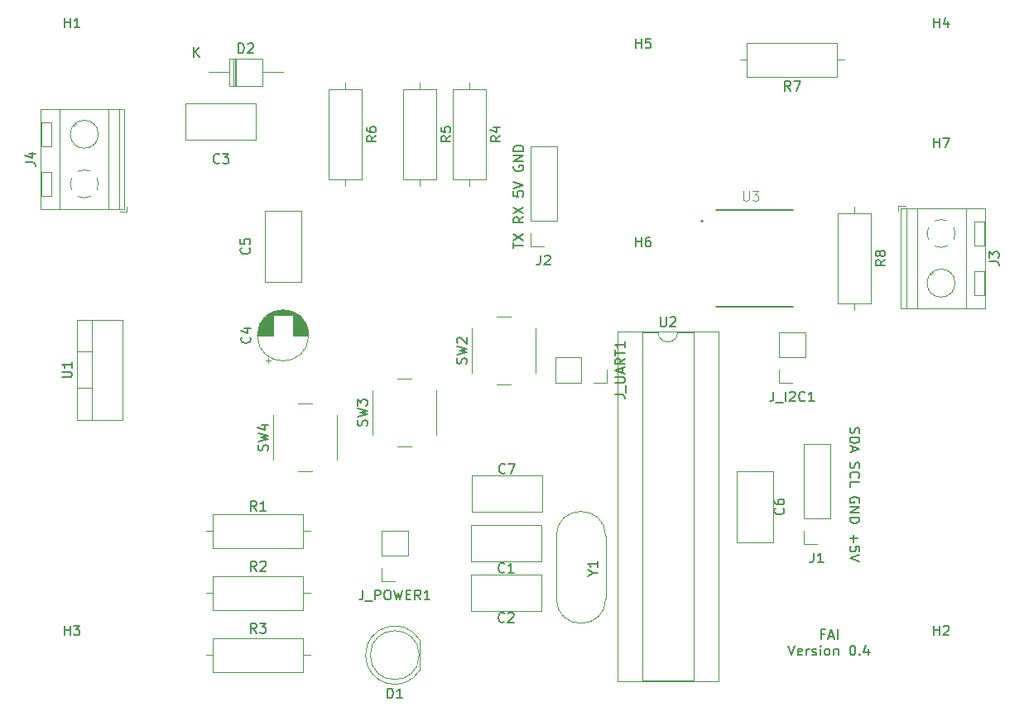
<source format=gbr>
%TF.GenerationSoftware,KiCad,Pcbnew,(5.1.6)-1*%
%TF.CreationDate,2020-10-28T22:27:10+01:00*%
%TF.ProjectId,Basic_Clock,42617369-635f-4436-9c6f-636b2e6b6963,rev?*%
%TF.SameCoordinates,Original*%
%TF.FileFunction,Legend,Top*%
%TF.FilePolarity,Positive*%
%FSLAX46Y46*%
G04 Gerber Fmt 4.6, Leading zero omitted, Abs format (unit mm)*
G04 Created by KiCad (PCBNEW (5.1.6)-1) date 2020-10-28 22:27:10*
%MOMM*%
%LPD*%
G01*
G04 APERTURE LIST*
%ADD10C,0.150000*%
%ADD11C,0.200000*%
%ADD12C,0.127000*%
%ADD13C,0.120000*%
%ADD14C,0.015000*%
G04 APERTURE END LIST*
D10*
X120245238Y-145614285D02*
X120197619Y-145757142D01*
X120197619Y-145995238D01*
X120245238Y-146090476D01*
X120292857Y-146138095D01*
X120388095Y-146185714D01*
X120483333Y-146185714D01*
X120578571Y-146138095D01*
X120626190Y-146090476D01*
X120673809Y-145995238D01*
X120721428Y-145804761D01*
X120769047Y-145709523D01*
X120816666Y-145661904D01*
X120911904Y-145614285D01*
X121007142Y-145614285D01*
X121102380Y-145661904D01*
X121150000Y-145709523D01*
X121197619Y-145804761D01*
X121197619Y-146042857D01*
X121150000Y-146185714D01*
X120197619Y-146614285D02*
X121197619Y-146614285D01*
X121197619Y-146852380D01*
X121150000Y-146995238D01*
X121054761Y-147090476D01*
X120959523Y-147138095D01*
X120769047Y-147185714D01*
X120626190Y-147185714D01*
X120435714Y-147138095D01*
X120340476Y-147090476D01*
X120245238Y-146995238D01*
X120197619Y-146852380D01*
X120197619Y-146614285D01*
X120483333Y-147566666D02*
X120483333Y-148042857D01*
X120197619Y-147471428D02*
X121197619Y-147804761D01*
X120197619Y-148138095D01*
X120245238Y-149185714D02*
X120197619Y-149328571D01*
X120197619Y-149566666D01*
X120245238Y-149661904D01*
X120292857Y-149709523D01*
X120388095Y-149757142D01*
X120483333Y-149757142D01*
X120578571Y-149709523D01*
X120626190Y-149661904D01*
X120673809Y-149566666D01*
X120721428Y-149376190D01*
X120769047Y-149280952D01*
X120816666Y-149233333D01*
X120911904Y-149185714D01*
X121007142Y-149185714D01*
X121102380Y-149233333D01*
X121150000Y-149280952D01*
X121197619Y-149376190D01*
X121197619Y-149614285D01*
X121150000Y-149757142D01*
X120292857Y-150757142D02*
X120245238Y-150709523D01*
X120197619Y-150566666D01*
X120197619Y-150471428D01*
X120245238Y-150328571D01*
X120340476Y-150233333D01*
X120435714Y-150185714D01*
X120626190Y-150138095D01*
X120769047Y-150138095D01*
X120959523Y-150185714D01*
X121054761Y-150233333D01*
X121150000Y-150328571D01*
X121197619Y-150471428D01*
X121197619Y-150566666D01*
X121150000Y-150709523D01*
X121102380Y-150757142D01*
X120197619Y-151661904D02*
X120197619Y-151185714D01*
X121197619Y-151185714D01*
X121150000Y-153280952D02*
X121197619Y-153185714D01*
X121197619Y-153042857D01*
X121150000Y-152900000D01*
X121054761Y-152804761D01*
X120959523Y-152757142D01*
X120769047Y-152709523D01*
X120626190Y-152709523D01*
X120435714Y-152757142D01*
X120340476Y-152804761D01*
X120245238Y-152900000D01*
X120197619Y-153042857D01*
X120197619Y-153138095D01*
X120245238Y-153280952D01*
X120292857Y-153328571D01*
X120626190Y-153328571D01*
X120626190Y-153138095D01*
X120197619Y-153757142D02*
X121197619Y-153757142D01*
X120197619Y-154328571D01*
X121197619Y-154328571D01*
X120197619Y-154804761D02*
X121197619Y-154804761D01*
X121197619Y-155042857D01*
X121150000Y-155185714D01*
X121054761Y-155280952D01*
X120959523Y-155328571D01*
X120769047Y-155376190D01*
X120626190Y-155376190D01*
X120435714Y-155328571D01*
X120340476Y-155280952D01*
X120245238Y-155185714D01*
X120197619Y-155042857D01*
X120197619Y-154804761D01*
X120578571Y-156566666D02*
X120578571Y-157328571D01*
X120197619Y-156947619D02*
X120959523Y-156947619D01*
X121197619Y-158280952D02*
X121197619Y-157804761D01*
X120721428Y-157757142D01*
X120769047Y-157804761D01*
X120816666Y-157900000D01*
X120816666Y-158138095D01*
X120769047Y-158233333D01*
X120721428Y-158280952D01*
X120626190Y-158328571D01*
X120388095Y-158328571D01*
X120292857Y-158280952D01*
X120245238Y-158233333D01*
X120197619Y-158138095D01*
X120197619Y-157900000D01*
X120245238Y-157804761D01*
X120292857Y-157757142D01*
X121197619Y-158614285D02*
X120197619Y-158947619D01*
X121197619Y-159280952D01*
X117586190Y-166743571D02*
X117252857Y-166743571D01*
X117252857Y-167267380D02*
X117252857Y-166267380D01*
X117729047Y-166267380D01*
X118062380Y-166981666D02*
X118538571Y-166981666D01*
X117967142Y-167267380D02*
X118300476Y-166267380D01*
X118633809Y-167267380D01*
X118967142Y-167267380D02*
X118967142Y-166267380D01*
X113919523Y-167917380D02*
X114252857Y-168917380D01*
X114586190Y-167917380D01*
X115300476Y-168869761D02*
X115205238Y-168917380D01*
X115014761Y-168917380D01*
X114919523Y-168869761D01*
X114871904Y-168774523D01*
X114871904Y-168393571D01*
X114919523Y-168298333D01*
X115014761Y-168250714D01*
X115205238Y-168250714D01*
X115300476Y-168298333D01*
X115348095Y-168393571D01*
X115348095Y-168488809D01*
X114871904Y-168584047D01*
X115776666Y-168917380D02*
X115776666Y-168250714D01*
X115776666Y-168441190D02*
X115824285Y-168345952D01*
X115871904Y-168298333D01*
X115967142Y-168250714D01*
X116062380Y-168250714D01*
X116348095Y-168869761D02*
X116443333Y-168917380D01*
X116633809Y-168917380D01*
X116729047Y-168869761D01*
X116776666Y-168774523D01*
X116776666Y-168726904D01*
X116729047Y-168631666D01*
X116633809Y-168584047D01*
X116490952Y-168584047D01*
X116395714Y-168536428D01*
X116348095Y-168441190D01*
X116348095Y-168393571D01*
X116395714Y-168298333D01*
X116490952Y-168250714D01*
X116633809Y-168250714D01*
X116729047Y-168298333D01*
X117205238Y-168917380D02*
X117205238Y-168250714D01*
X117205238Y-167917380D02*
X117157619Y-167965000D01*
X117205238Y-168012619D01*
X117252857Y-167965000D01*
X117205238Y-167917380D01*
X117205238Y-168012619D01*
X117824285Y-168917380D02*
X117729047Y-168869761D01*
X117681428Y-168822142D01*
X117633809Y-168726904D01*
X117633809Y-168441190D01*
X117681428Y-168345952D01*
X117729047Y-168298333D01*
X117824285Y-168250714D01*
X117967142Y-168250714D01*
X118062380Y-168298333D01*
X118110000Y-168345952D01*
X118157619Y-168441190D01*
X118157619Y-168726904D01*
X118110000Y-168822142D01*
X118062380Y-168869761D01*
X117967142Y-168917380D01*
X117824285Y-168917380D01*
X118586190Y-168250714D02*
X118586190Y-168917380D01*
X118586190Y-168345952D02*
X118633809Y-168298333D01*
X118729047Y-168250714D01*
X118871904Y-168250714D01*
X118967142Y-168298333D01*
X119014761Y-168393571D01*
X119014761Y-168917380D01*
X120443333Y-167917380D02*
X120538571Y-167917380D01*
X120633809Y-167965000D01*
X120681428Y-168012619D01*
X120729047Y-168107857D01*
X120776666Y-168298333D01*
X120776666Y-168536428D01*
X120729047Y-168726904D01*
X120681428Y-168822142D01*
X120633809Y-168869761D01*
X120538571Y-168917380D01*
X120443333Y-168917380D01*
X120348095Y-168869761D01*
X120300476Y-168822142D01*
X120252857Y-168726904D01*
X120205238Y-168536428D01*
X120205238Y-168298333D01*
X120252857Y-168107857D01*
X120300476Y-168012619D01*
X120348095Y-167965000D01*
X120443333Y-167917380D01*
X121205238Y-168822142D02*
X121252857Y-168869761D01*
X121205238Y-168917380D01*
X121157619Y-168869761D01*
X121205238Y-168822142D01*
X121205238Y-168917380D01*
X122110000Y-168250714D02*
X122110000Y-168917380D01*
X121871904Y-167869761D02*
X121633809Y-168584047D01*
X122252857Y-168584047D01*
X85812380Y-127229523D02*
X85812380Y-126658095D01*
X86812380Y-126943809D02*
X85812380Y-126943809D01*
X85812380Y-126420000D02*
X86812380Y-125753333D01*
X85812380Y-125753333D02*
X86812380Y-126420000D01*
X86812380Y-124039047D02*
X86336190Y-124372380D01*
X86812380Y-124610476D02*
X85812380Y-124610476D01*
X85812380Y-124229523D01*
X85860000Y-124134285D01*
X85907619Y-124086666D01*
X86002857Y-124039047D01*
X86145714Y-124039047D01*
X86240952Y-124086666D01*
X86288571Y-124134285D01*
X86336190Y-124229523D01*
X86336190Y-124610476D01*
X85812380Y-123705714D02*
X86812380Y-123039047D01*
X85812380Y-123039047D02*
X86812380Y-123705714D01*
X85812380Y-121420000D02*
X85812380Y-121896190D01*
X86288571Y-121943809D01*
X86240952Y-121896190D01*
X86193333Y-121800952D01*
X86193333Y-121562857D01*
X86240952Y-121467619D01*
X86288571Y-121420000D01*
X86383809Y-121372380D01*
X86621904Y-121372380D01*
X86717142Y-121420000D01*
X86764761Y-121467619D01*
X86812380Y-121562857D01*
X86812380Y-121800952D01*
X86764761Y-121896190D01*
X86717142Y-121943809D01*
X85812380Y-121086666D02*
X86812380Y-120753333D01*
X85812380Y-120420000D01*
X85860000Y-118800952D02*
X85812380Y-118896190D01*
X85812380Y-119039047D01*
X85860000Y-119181904D01*
X85955238Y-119277142D01*
X86050476Y-119324761D01*
X86240952Y-119372380D01*
X86383809Y-119372380D01*
X86574285Y-119324761D01*
X86669523Y-119277142D01*
X86764761Y-119181904D01*
X86812380Y-119039047D01*
X86812380Y-118943809D01*
X86764761Y-118800952D01*
X86717142Y-118753333D01*
X86383809Y-118753333D01*
X86383809Y-118943809D01*
X86812380Y-118324761D02*
X85812380Y-118324761D01*
X86812380Y-117753333D01*
X85812380Y-117753333D01*
X86812380Y-117277142D02*
X85812380Y-117277142D01*
X85812380Y-117039047D01*
X85860000Y-116896190D01*
X85955238Y-116800952D01*
X86050476Y-116753333D01*
X86240952Y-116705714D01*
X86383809Y-116705714D01*
X86574285Y-116753333D01*
X86669523Y-116800952D01*
X86764761Y-116896190D01*
X86812380Y-117039047D01*
X86812380Y-117277142D01*
D11*
%TO.C,U3*%
X105180000Y-124470000D02*
G75*
G03*
X105180000Y-124470000I-100000J0D01*
G01*
D12*
X114430000Y-123310000D02*
X106550000Y-123310000D01*
X106550000Y-133230000D02*
X114430000Y-133230000D01*
D13*
%TO.C,R8*%
X122370000Y-123650000D02*
X118930000Y-123650000D01*
X118930000Y-123650000D02*
X118930000Y-132890000D01*
X118930000Y-132890000D02*
X122370000Y-132890000D01*
X122370000Y-132890000D02*
X122370000Y-123650000D01*
X120650000Y-122960000D02*
X120650000Y-123650000D01*
X120650000Y-133580000D02*
X120650000Y-132890000D01*
%TO.C,J3*%
X128109060Y-125754280D02*
G75*
G02*
X128254000Y-125102000I1430940J24280D01*
G01*
X128913254Y-124443389D02*
G75*
G02*
X130168000Y-124444000I626746J-1286611D01*
G01*
X130825824Y-125102638D02*
G75*
G02*
X130826000Y-126357000I-1285824J-627362D01*
G01*
X130167362Y-127015824D02*
G75*
G02*
X128913000Y-127016000I-627362J1285824D01*
G01*
X128254725Y-126356871D02*
G75*
G02*
X128110000Y-125730000I1285275J626871D01*
G01*
X130970000Y-130810000D02*
G75*
G03*
X130970000Y-130810000I-1430000J0D01*
G01*
X125990000Y-123130000D02*
X125990000Y-133410000D01*
X127090000Y-123130000D02*
X127090000Y-133410000D01*
X132090000Y-123130000D02*
X132090000Y-133410000D01*
X134000000Y-123130000D02*
X134000000Y-133410000D01*
X125430000Y-123130000D02*
X125430000Y-133410000D01*
X134000000Y-123130000D02*
X125430000Y-123130000D01*
X134000000Y-133410000D02*
X125430000Y-133410000D01*
X133940000Y-124480000D02*
X133940000Y-126980000D01*
X132940000Y-124480000D02*
X132940000Y-126980000D01*
X133940000Y-124480000D02*
X132940000Y-124480000D01*
X133940000Y-126980000D02*
X132940000Y-126980000D01*
X130450000Y-131895000D02*
X130391000Y-131835000D01*
X128495000Y-129940000D02*
X128455000Y-129900000D01*
X130625000Y-131721000D02*
X130585000Y-131681000D01*
X128690000Y-129786000D02*
X128630000Y-129726000D01*
X133940000Y-129560000D02*
X133940000Y-132060000D01*
X132940000Y-129560000D02*
X132940000Y-132060000D01*
X133940000Y-129560000D02*
X132940000Y-129560000D01*
X133940000Y-132060000D02*
X132940000Y-132060000D01*
X125930000Y-122890000D02*
X125190000Y-122890000D01*
X125190000Y-122890000D02*
X125190000Y-123390000D01*
%TO.C,J_UART1*%
X95310000Y-139700000D02*
X95310000Y-141030000D01*
X95310000Y-141030000D02*
X93980000Y-141030000D01*
X92710000Y-141030000D02*
X90110000Y-141030000D01*
X90110000Y-138370000D02*
X90110000Y-141030000D01*
X92710000Y-138370000D02*
X90110000Y-138370000D01*
X92710000Y-138370000D02*
X92710000Y-141030000D01*
%TO.C,J_POWER1*%
X73660000Y-161350000D02*
X72330000Y-161350000D01*
X72330000Y-161350000D02*
X72330000Y-160020000D01*
X72330000Y-158750000D02*
X72330000Y-156150000D01*
X74990000Y-156150000D02*
X72330000Y-156150000D01*
X74990000Y-158750000D02*
X74990000Y-156150000D01*
X74990000Y-158750000D02*
X72330000Y-158750000D01*
%TO.C,J_I2C1*%
X114300000Y-141030000D02*
X112970000Y-141030000D01*
X112970000Y-141030000D02*
X112970000Y-139700000D01*
X112970000Y-138430000D02*
X112970000Y-135830000D01*
X115630000Y-135830000D02*
X112970000Y-135830000D01*
X115630000Y-138430000D02*
X115630000Y-135830000D01*
X115630000Y-138430000D02*
X112970000Y-138430000D01*
%TO.C,C5*%
X60360000Y-123420000D02*
X64100000Y-123420000D01*
X60360000Y-130660000D02*
X64100000Y-130660000D01*
X64100000Y-130660000D02*
X64100000Y-123420000D01*
X60360000Y-130660000D02*
X60360000Y-123420000D01*
%TO.C,SW4*%
X67730000Y-148860000D02*
X67730000Y-144360000D01*
X63730000Y-150110000D02*
X65230000Y-150110000D01*
X61230000Y-144360000D02*
X61230000Y-148860000D01*
X65230000Y-143110000D02*
X63730000Y-143110000D01*
%TO.C,J2*%
X88900000Y-127060000D02*
X87570000Y-127060000D01*
X87570000Y-127060000D02*
X87570000Y-125730000D01*
X87570000Y-124460000D02*
X87570000Y-116780000D01*
X90230000Y-116780000D02*
X87570000Y-116780000D01*
X90230000Y-124460000D02*
X90230000Y-116780000D01*
X90230000Y-124460000D02*
X87570000Y-124460000D01*
%TO.C,J1*%
X116840000Y-157540000D02*
X115510000Y-157540000D01*
X115510000Y-157540000D02*
X115510000Y-156210000D01*
X115510000Y-154940000D02*
X115510000Y-147260000D01*
X118170000Y-147260000D02*
X115510000Y-147260000D01*
X118170000Y-154940000D02*
X118170000Y-147260000D01*
X118170000Y-154940000D02*
X115510000Y-154940000D01*
%TO.C,Y1*%
X90185000Y-156720000D02*
X90185000Y-163120000D01*
X95235000Y-156720000D02*
X95235000Y-163120000D01*
X90185000Y-163120000D02*
G75*
G03*
X95235000Y-163120000I2525000J0D01*
G01*
X90185000Y-156720000D02*
G75*
G02*
X95235000Y-156720000I2525000J0D01*
G01*
%TO.C,U1*%
X41180000Y-137849000D02*
X42690000Y-137849000D01*
X41180000Y-141550000D02*
X42690000Y-141550000D01*
X42690000Y-144820000D02*
X42690000Y-134580000D01*
X41180000Y-134580000D02*
X45821000Y-134580000D01*
X41180000Y-144820000D02*
X45821000Y-144820000D01*
X45821000Y-144820000D02*
X45821000Y-134580000D01*
X41180000Y-144820000D02*
X41180000Y-134580000D01*
%TO.C,SW3*%
X75390000Y-140570000D02*
X73890000Y-140570000D01*
X71390000Y-141820000D02*
X71390000Y-146320000D01*
X73890000Y-147570000D02*
X75390000Y-147570000D01*
X77890000Y-146320000D02*
X77890000Y-141820000D01*
%TO.C,SW2*%
X85550000Y-134220000D02*
X84050000Y-134220000D01*
X81550000Y-135470000D02*
X81550000Y-139970000D01*
X84050000Y-141220000D02*
X85550000Y-141220000D01*
X88050000Y-139970000D02*
X88050000Y-135470000D01*
%TO.C,D1*%
X76160000Y-168910000D02*
G75*
G03*
X76160000Y-168910000I-2500000J0D01*
G01*
X76220000Y-170455000D02*
X76220000Y-167365000D01*
X70670000Y-168910462D02*
G75*
G02*
X76220000Y-167365170I2990000J462D01*
G01*
X70670000Y-168909538D02*
G75*
G03*
X76220000Y-170454830I2990000J-462D01*
G01*
%TO.C,C1*%
X88670000Y-155610000D02*
X88670000Y-159350000D01*
X81430000Y-155610000D02*
X81430000Y-159350000D01*
X81430000Y-159350000D02*
X88670000Y-159350000D01*
X81430000Y-155610000D02*
X88670000Y-155610000D01*
%TO.C,C2*%
X81430000Y-160690000D02*
X88670000Y-160690000D01*
X81430000Y-164430000D02*
X88670000Y-164430000D01*
X81430000Y-160690000D02*
X81430000Y-164430000D01*
X88670000Y-160690000D02*
X88670000Y-164430000D01*
%TO.C,C3*%
X52220000Y-112430000D02*
X59460000Y-112430000D01*
X52220000Y-116170000D02*
X59460000Y-116170000D01*
X52220000Y-112430000D02*
X52220000Y-116170000D01*
X59460000Y-112430000D02*
X59460000Y-116170000D01*
%TO.C,C4*%
X64850000Y-136160000D02*
G75*
G03*
X64850000Y-136160000I-2620000J0D01*
G01*
X63270000Y-136160000D02*
X64810000Y-136160000D01*
X59650000Y-136160000D02*
X61190000Y-136160000D01*
X63270000Y-136120000D02*
X64810000Y-136120000D01*
X59650000Y-136120000D02*
X61190000Y-136120000D01*
X59651000Y-136080000D02*
X61190000Y-136080000D01*
X63270000Y-136080000D02*
X64809000Y-136080000D01*
X59652000Y-136040000D02*
X61190000Y-136040000D01*
X63270000Y-136040000D02*
X64808000Y-136040000D01*
X59654000Y-136000000D02*
X61190000Y-136000000D01*
X63270000Y-136000000D02*
X64806000Y-136000000D01*
X59657000Y-135960000D02*
X61190000Y-135960000D01*
X63270000Y-135960000D02*
X64803000Y-135960000D01*
X59661000Y-135920000D02*
X61190000Y-135920000D01*
X63270000Y-135920000D02*
X64799000Y-135920000D01*
X59665000Y-135880000D02*
X61190000Y-135880000D01*
X63270000Y-135880000D02*
X64795000Y-135880000D01*
X59669000Y-135840000D02*
X61190000Y-135840000D01*
X63270000Y-135840000D02*
X64791000Y-135840000D01*
X59674000Y-135800000D02*
X61190000Y-135800000D01*
X63270000Y-135800000D02*
X64786000Y-135800000D01*
X59680000Y-135760000D02*
X61190000Y-135760000D01*
X63270000Y-135760000D02*
X64780000Y-135760000D01*
X59687000Y-135720000D02*
X61190000Y-135720000D01*
X63270000Y-135720000D02*
X64773000Y-135720000D01*
X59694000Y-135680000D02*
X61190000Y-135680000D01*
X63270000Y-135680000D02*
X64766000Y-135680000D01*
X59702000Y-135640000D02*
X61190000Y-135640000D01*
X63270000Y-135640000D02*
X64758000Y-135640000D01*
X59710000Y-135600000D02*
X61190000Y-135600000D01*
X63270000Y-135600000D02*
X64750000Y-135600000D01*
X59719000Y-135560000D02*
X61190000Y-135560000D01*
X63270000Y-135560000D02*
X64741000Y-135560000D01*
X59729000Y-135520000D02*
X61190000Y-135520000D01*
X63270000Y-135520000D02*
X64731000Y-135520000D01*
X59739000Y-135480000D02*
X61190000Y-135480000D01*
X63270000Y-135480000D02*
X64721000Y-135480000D01*
X59750000Y-135439000D02*
X61190000Y-135439000D01*
X63270000Y-135439000D02*
X64710000Y-135439000D01*
X59762000Y-135399000D02*
X61190000Y-135399000D01*
X63270000Y-135399000D02*
X64698000Y-135399000D01*
X59775000Y-135359000D02*
X61190000Y-135359000D01*
X63270000Y-135359000D02*
X64685000Y-135359000D01*
X59788000Y-135319000D02*
X61190000Y-135319000D01*
X63270000Y-135319000D02*
X64672000Y-135319000D01*
X59802000Y-135279000D02*
X61190000Y-135279000D01*
X63270000Y-135279000D02*
X64658000Y-135279000D01*
X59816000Y-135239000D02*
X61190000Y-135239000D01*
X63270000Y-135239000D02*
X64644000Y-135239000D01*
X59832000Y-135199000D02*
X61190000Y-135199000D01*
X63270000Y-135199000D02*
X64628000Y-135199000D01*
X59848000Y-135159000D02*
X61190000Y-135159000D01*
X63270000Y-135159000D02*
X64612000Y-135159000D01*
X59865000Y-135119000D02*
X61190000Y-135119000D01*
X63270000Y-135119000D02*
X64595000Y-135119000D01*
X59882000Y-135079000D02*
X61190000Y-135079000D01*
X63270000Y-135079000D02*
X64578000Y-135079000D01*
X59901000Y-135039000D02*
X61190000Y-135039000D01*
X63270000Y-135039000D02*
X64559000Y-135039000D01*
X59920000Y-134999000D02*
X61190000Y-134999000D01*
X63270000Y-134999000D02*
X64540000Y-134999000D01*
X59940000Y-134959000D02*
X61190000Y-134959000D01*
X63270000Y-134959000D02*
X64520000Y-134959000D01*
X59962000Y-134919000D02*
X61190000Y-134919000D01*
X63270000Y-134919000D02*
X64498000Y-134919000D01*
X59983000Y-134879000D02*
X61190000Y-134879000D01*
X63270000Y-134879000D02*
X64477000Y-134879000D01*
X60006000Y-134839000D02*
X61190000Y-134839000D01*
X63270000Y-134839000D02*
X64454000Y-134839000D01*
X60030000Y-134799000D02*
X61190000Y-134799000D01*
X63270000Y-134799000D02*
X64430000Y-134799000D01*
X60055000Y-134759000D02*
X61190000Y-134759000D01*
X63270000Y-134759000D02*
X64405000Y-134759000D01*
X60081000Y-134719000D02*
X61190000Y-134719000D01*
X63270000Y-134719000D02*
X64379000Y-134719000D01*
X60108000Y-134679000D02*
X61190000Y-134679000D01*
X63270000Y-134679000D02*
X64352000Y-134679000D01*
X60135000Y-134639000D02*
X61190000Y-134639000D01*
X63270000Y-134639000D02*
X64325000Y-134639000D01*
X60165000Y-134599000D02*
X61190000Y-134599000D01*
X63270000Y-134599000D02*
X64295000Y-134599000D01*
X60195000Y-134559000D02*
X61190000Y-134559000D01*
X63270000Y-134559000D02*
X64265000Y-134559000D01*
X60226000Y-134519000D02*
X61190000Y-134519000D01*
X63270000Y-134519000D02*
X64234000Y-134519000D01*
X60259000Y-134479000D02*
X61190000Y-134479000D01*
X63270000Y-134479000D02*
X64201000Y-134479000D01*
X60293000Y-134439000D02*
X61190000Y-134439000D01*
X63270000Y-134439000D02*
X64167000Y-134439000D01*
X60329000Y-134399000D02*
X61190000Y-134399000D01*
X63270000Y-134399000D02*
X64131000Y-134399000D01*
X60366000Y-134359000D02*
X61190000Y-134359000D01*
X63270000Y-134359000D02*
X64094000Y-134359000D01*
X60404000Y-134319000D02*
X61190000Y-134319000D01*
X63270000Y-134319000D02*
X64056000Y-134319000D01*
X60445000Y-134279000D02*
X61190000Y-134279000D01*
X63270000Y-134279000D02*
X64015000Y-134279000D01*
X60487000Y-134239000D02*
X61190000Y-134239000D01*
X63270000Y-134239000D02*
X63973000Y-134239000D01*
X60531000Y-134199000D02*
X61190000Y-134199000D01*
X63270000Y-134199000D02*
X63929000Y-134199000D01*
X60577000Y-134159000D02*
X61190000Y-134159000D01*
X63270000Y-134159000D02*
X63883000Y-134159000D01*
X60625000Y-134119000D02*
X63835000Y-134119000D01*
X60676000Y-134079000D02*
X63784000Y-134079000D01*
X60730000Y-134039000D02*
X63730000Y-134039000D01*
X60787000Y-133999000D02*
X63673000Y-133999000D01*
X60847000Y-133959000D02*
X63613000Y-133959000D01*
X60911000Y-133919000D02*
X63549000Y-133919000D01*
X60979000Y-133879000D02*
X63481000Y-133879000D01*
X61052000Y-133839000D02*
X63408000Y-133839000D01*
X61132000Y-133799000D02*
X63328000Y-133799000D01*
X61219000Y-133759000D02*
X63241000Y-133759000D01*
X61315000Y-133719000D02*
X63145000Y-133719000D01*
X61425000Y-133679000D02*
X63035000Y-133679000D01*
X61553000Y-133639000D02*
X62907000Y-133639000D01*
X61712000Y-133599000D02*
X62748000Y-133599000D01*
X61946000Y-133559000D02*
X62514000Y-133559000D01*
X60755000Y-138964775D02*
X60755000Y-138464775D01*
X60505000Y-138714775D02*
X61005000Y-138714775D01*
%TO.C,C6*%
X108620000Y-157330000D02*
X108620000Y-150090000D01*
X112360000Y-157330000D02*
X112360000Y-150090000D01*
X108620000Y-157330000D02*
X112360000Y-157330000D01*
X108620000Y-150090000D02*
X112360000Y-150090000D01*
%TO.C,C7*%
X81510000Y-154270000D02*
X81510000Y-150530000D01*
X88750000Y-154270000D02*
X88750000Y-150530000D01*
X88750000Y-150530000D02*
X81510000Y-150530000D01*
X88750000Y-154270000D02*
X81510000Y-154270000D01*
%TO.C,U2*%
X100600000Y-135830000D02*
X98950000Y-135830000D01*
X98950000Y-135830000D02*
X98950000Y-171510000D01*
X98950000Y-171510000D02*
X104250000Y-171510000D01*
X104250000Y-171510000D02*
X104250000Y-135830000D01*
X104250000Y-135830000D02*
X102600000Y-135830000D01*
X96460000Y-135770000D02*
X96460000Y-171570000D01*
X96460000Y-171570000D02*
X106740000Y-171570000D01*
X106740000Y-171570000D02*
X106740000Y-135770000D01*
X106740000Y-135770000D02*
X96460000Y-135770000D01*
X102600000Y-135830000D02*
G75*
G02*
X100600000Y-135830000I-1000000J0D01*
G01*
%TO.C,D2*%
X56700000Y-107800000D02*
X56700000Y-110640000D01*
X56700000Y-110640000D02*
X60140000Y-110640000D01*
X60140000Y-110640000D02*
X60140000Y-107800000D01*
X60140000Y-107800000D02*
X56700000Y-107800000D01*
X54580000Y-109220000D02*
X56700000Y-109220000D01*
X62260000Y-109220000D02*
X60140000Y-109220000D01*
X57300000Y-107800000D02*
X57300000Y-110640000D01*
X57420000Y-107800000D02*
X57420000Y-110640000D01*
X57180000Y-107800000D02*
X57180000Y-110640000D01*
%TO.C,R1*%
X54380000Y-156210000D02*
X55070000Y-156210000D01*
X65000000Y-156210000D02*
X64310000Y-156210000D01*
X55070000Y-157930000D02*
X64310000Y-157930000D01*
X55070000Y-154490000D02*
X55070000Y-157930000D01*
X64310000Y-154490000D02*
X55070000Y-154490000D01*
X64310000Y-157930000D02*
X64310000Y-154490000D01*
%TO.C,R2*%
X55070000Y-160840000D02*
X55070000Y-164280000D01*
X55070000Y-164280000D02*
X64310000Y-164280000D01*
X64310000Y-164280000D02*
X64310000Y-160840000D01*
X64310000Y-160840000D02*
X55070000Y-160840000D01*
X54380000Y-162560000D02*
X55070000Y-162560000D01*
X65000000Y-162560000D02*
X64310000Y-162560000D01*
%TO.C,R3*%
X65000000Y-168910000D02*
X64310000Y-168910000D01*
X54380000Y-168910000D02*
X55070000Y-168910000D01*
X64310000Y-167190000D02*
X55070000Y-167190000D01*
X64310000Y-170630000D02*
X64310000Y-167190000D01*
X55070000Y-170630000D02*
X64310000Y-170630000D01*
X55070000Y-167190000D02*
X55070000Y-170630000D01*
%TO.C,R4*%
X83000000Y-110950000D02*
X79560000Y-110950000D01*
X79560000Y-110950000D02*
X79560000Y-120190000D01*
X79560000Y-120190000D02*
X83000000Y-120190000D01*
X83000000Y-120190000D02*
X83000000Y-110950000D01*
X81280000Y-110260000D02*
X81280000Y-110950000D01*
X81280000Y-120880000D02*
X81280000Y-120190000D01*
%TO.C,R5*%
X76200000Y-120880000D02*
X76200000Y-120190000D01*
X76200000Y-110260000D02*
X76200000Y-110950000D01*
X77920000Y-120190000D02*
X77920000Y-110950000D01*
X74480000Y-120190000D02*
X77920000Y-120190000D01*
X74480000Y-110950000D02*
X74480000Y-120190000D01*
X77920000Y-110950000D02*
X74480000Y-110950000D01*
%TO.C,R6*%
X70300000Y-110950000D02*
X66860000Y-110950000D01*
X66860000Y-110950000D02*
X66860000Y-120190000D01*
X66860000Y-120190000D02*
X70300000Y-120190000D01*
X70300000Y-120190000D02*
X70300000Y-110950000D01*
X68580000Y-110260000D02*
X68580000Y-110950000D01*
X68580000Y-120880000D02*
X68580000Y-120190000D01*
%TO.C,J4*%
X46260000Y-123490000D02*
X46260000Y-122990000D01*
X45520000Y-123490000D02*
X46260000Y-123490000D01*
X37510000Y-114320000D02*
X38510000Y-114320000D01*
X37510000Y-116820000D02*
X38510000Y-116820000D01*
X38510000Y-116820000D02*
X38510000Y-114320000D01*
X37510000Y-116820000D02*
X37510000Y-114320000D01*
X42760000Y-116594000D02*
X42820000Y-116654000D01*
X40825000Y-114659000D02*
X40865000Y-114699000D01*
X42955000Y-116440000D02*
X42995000Y-116480000D01*
X41000000Y-114485000D02*
X41059000Y-114545000D01*
X37510000Y-119400000D02*
X38510000Y-119400000D01*
X37510000Y-121900000D02*
X38510000Y-121900000D01*
X38510000Y-121900000D02*
X38510000Y-119400000D01*
X37510000Y-121900000D02*
X37510000Y-119400000D01*
X37450000Y-112970000D02*
X46020000Y-112970000D01*
X37450000Y-123250000D02*
X46020000Y-123250000D01*
X46020000Y-123250000D02*
X46020000Y-112970000D01*
X37450000Y-123250000D02*
X37450000Y-112970000D01*
X39360000Y-123250000D02*
X39360000Y-112970000D01*
X44360000Y-123250000D02*
X44360000Y-112970000D01*
X45460000Y-123250000D02*
X45460000Y-112970000D01*
X43340000Y-115570000D02*
G75*
G03*
X43340000Y-115570000I-1430000J0D01*
G01*
X43195275Y-120023129D02*
G75*
G02*
X43340000Y-120650000I-1285275J-626871D01*
G01*
X41282638Y-119364176D02*
G75*
G02*
X42537000Y-119364000I627362J-1285824D01*
G01*
X40624176Y-121277362D02*
G75*
G02*
X40624000Y-120023000I1285824J627362D01*
G01*
X42536746Y-121936611D02*
G75*
G02*
X41282000Y-121936000I-626746J1286611D01*
G01*
X43340940Y-120625720D02*
G75*
G02*
X43196000Y-121278000I-1430940J-24280D01*
G01*
%TO.C,R7*%
X108990000Y-107950000D02*
X109680000Y-107950000D01*
X119610000Y-107950000D02*
X118920000Y-107950000D01*
X109680000Y-109670000D02*
X118920000Y-109670000D01*
X109680000Y-106230000D02*
X109680000Y-109670000D01*
X118920000Y-106230000D02*
X109680000Y-106230000D01*
X118920000Y-109670000D02*
X118920000Y-106230000D01*
%TO.C,U3*%
D14*
X109303095Y-121377380D02*
X109303095Y-122186904D01*
X109350714Y-122282142D01*
X109398333Y-122329761D01*
X109493571Y-122377380D01*
X109684047Y-122377380D01*
X109779285Y-122329761D01*
X109826904Y-122282142D01*
X109874523Y-122186904D01*
X109874523Y-121377380D01*
X110255476Y-121377380D02*
X110874523Y-121377380D01*
X110541190Y-121758333D01*
X110684047Y-121758333D01*
X110779285Y-121805952D01*
X110826904Y-121853571D01*
X110874523Y-121948809D01*
X110874523Y-122186904D01*
X110826904Y-122282142D01*
X110779285Y-122329761D01*
X110684047Y-122377380D01*
X110398333Y-122377380D01*
X110303095Y-122329761D01*
X110255476Y-122282142D01*
%TO.C,R8*%
D10*
X123822380Y-128436666D02*
X123346190Y-128770000D01*
X123822380Y-129008095D02*
X122822380Y-129008095D01*
X122822380Y-128627142D01*
X122870000Y-128531904D01*
X122917619Y-128484285D01*
X123012857Y-128436666D01*
X123155714Y-128436666D01*
X123250952Y-128484285D01*
X123298571Y-128531904D01*
X123346190Y-128627142D01*
X123346190Y-129008095D01*
X123250952Y-127865238D02*
X123203333Y-127960476D01*
X123155714Y-128008095D01*
X123060476Y-128055714D01*
X123012857Y-128055714D01*
X122917619Y-128008095D01*
X122870000Y-127960476D01*
X122822380Y-127865238D01*
X122822380Y-127674761D01*
X122870000Y-127579523D01*
X122917619Y-127531904D01*
X123012857Y-127484285D01*
X123060476Y-127484285D01*
X123155714Y-127531904D01*
X123203333Y-127579523D01*
X123250952Y-127674761D01*
X123250952Y-127865238D01*
X123298571Y-127960476D01*
X123346190Y-128008095D01*
X123441428Y-128055714D01*
X123631904Y-128055714D01*
X123727142Y-128008095D01*
X123774761Y-127960476D01*
X123822380Y-127865238D01*
X123822380Y-127674761D01*
X123774761Y-127579523D01*
X123727142Y-127531904D01*
X123631904Y-127484285D01*
X123441428Y-127484285D01*
X123346190Y-127531904D01*
X123298571Y-127579523D01*
X123250952Y-127674761D01*
%TO.C,J3*%
X134452380Y-128603333D02*
X135166666Y-128603333D01*
X135309523Y-128650952D01*
X135404761Y-128746190D01*
X135452380Y-128889047D01*
X135452380Y-128984285D01*
X134452380Y-128222380D02*
X134452380Y-127603333D01*
X134833333Y-127936666D01*
X134833333Y-127793809D01*
X134880952Y-127698571D01*
X134928571Y-127650952D01*
X135023809Y-127603333D01*
X135261904Y-127603333D01*
X135357142Y-127650952D01*
X135404761Y-127698571D01*
X135452380Y-127793809D01*
X135452380Y-128079523D01*
X135404761Y-128174761D01*
X135357142Y-128222380D01*
%TO.C,H7*%
X128778095Y-116932380D02*
X128778095Y-115932380D01*
X128778095Y-116408571D02*
X129349523Y-116408571D01*
X129349523Y-116932380D02*
X129349523Y-115932380D01*
X129730476Y-115932380D02*
X130397142Y-115932380D01*
X129968571Y-116932380D01*
%TO.C,H6*%
X98298095Y-127092380D02*
X98298095Y-126092380D01*
X98298095Y-126568571D02*
X98869523Y-126568571D01*
X98869523Y-127092380D02*
X98869523Y-126092380D01*
X99774285Y-126092380D02*
X99583809Y-126092380D01*
X99488571Y-126140000D01*
X99440952Y-126187619D01*
X99345714Y-126330476D01*
X99298095Y-126520952D01*
X99298095Y-126901904D01*
X99345714Y-126997142D01*
X99393333Y-127044761D01*
X99488571Y-127092380D01*
X99679047Y-127092380D01*
X99774285Y-127044761D01*
X99821904Y-126997142D01*
X99869523Y-126901904D01*
X99869523Y-126663809D01*
X99821904Y-126568571D01*
X99774285Y-126520952D01*
X99679047Y-126473333D01*
X99488571Y-126473333D01*
X99393333Y-126520952D01*
X99345714Y-126568571D01*
X99298095Y-126663809D01*
%TO.C,H5*%
X98298095Y-106772380D02*
X98298095Y-105772380D01*
X98298095Y-106248571D02*
X98869523Y-106248571D01*
X98869523Y-106772380D02*
X98869523Y-105772380D01*
X99821904Y-105772380D02*
X99345714Y-105772380D01*
X99298095Y-106248571D01*
X99345714Y-106200952D01*
X99440952Y-106153333D01*
X99679047Y-106153333D01*
X99774285Y-106200952D01*
X99821904Y-106248571D01*
X99869523Y-106343809D01*
X99869523Y-106581904D01*
X99821904Y-106677142D01*
X99774285Y-106724761D01*
X99679047Y-106772380D01*
X99440952Y-106772380D01*
X99345714Y-106724761D01*
X99298095Y-106677142D01*
%TO.C,J_UART1*%
X96202380Y-142247619D02*
X96916666Y-142247619D01*
X97059523Y-142295238D01*
X97154761Y-142390476D01*
X97202380Y-142533333D01*
X97202380Y-142628571D01*
X97297619Y-142009523D02*
X97297619Y-141247619D01*
X96202380Y-141009523D02*
X97011904Y-141009523D01*
X97107142Y-140961904D01*
X97154761Y-140914285D01*
X97202380Y-140819047D01*
X97202380Y-140628571D01*
X97154761Y-140533333D01*
X97107142Y-140485714D01*
X97011904Y-140438095D01*
X96202380Y-140438095D01*
X96916666Y-140009523D02*
X96916666Y-139533333D01*
X97202380Y-140104761D02*
X96202380Y-139771428D01*
X97202380Y-139438095D01*
X97202380Y-138533333D02*
X96726190Y-138866666D01*
X97202380Y-139104761D02*
X96202380Y-139104761D01*
X96202380Y-138723809D01*
X96250000Y-138628571D01*
X96297619Y-138580952D01*
X96392857Y-138533333D01*
X96535714Y-138533333D01*
X96630952Y-138580952D01*
X96678571Y-138628571D01*
X96726190Y-138723809D01*
X96726190Y-139104761D01*
X96202380Y-138247619D02*
X96202380Y-137676190D01*
X97202380Y-137961904D02*
X96202380Y-137961904D01*
X97202380Y-136819047D02*
X97202380Y-137390476D01*
X97202380Y-137104761D02*
X96202380Y-137104761D01*
X96345238Y-137200000D01*
X96440476Y-137295238D01*
X96488095Y-137390476D01*
%TO.C,J_POWER1*%
X70398095Y-162242380D02*
X70398095Y-162956666D01*
X70350476Y-163099523D01*
X70255238Y-163194761D01*
X70112380Y-163242380D01*
X70017142Y-163242380D01*
X70636190Y-163337619D02*
X71398095Y-163337619D01*
X71636190Y-163242380D02*
X71636190Y-162242380D01*
X72017142Y-162242380D01*
X72112380Y-162290000D01*
X72160000Y-162337619D01*
X72207619Y-162432857D01*
X72207619Y-162575714D01*
X72160000Y-162670952D01*
X72112380Y-162718571D01*
X72017142Y-162766190D01*
X71636190Y-162766190D01*
X72826666Y-162242380D02*
X73017142Y-162242380D01*
X73112380Y-162290000D01*
X73207619Y-162385238D01*
X73255238Y-162575714D01*
X73255238Y-162909047D01*
X73207619Y-163099523D01*
X73112380Y-163194761D01*
X73017142Y-163242380D01*
X72826666Y-163242380D01*
X72731428Y-163194761D01*
X72636190Y-163099523D01*
X72588571Y-162909047D01*
X72588571Y-162575714D01*
X72636190Y-162385238D01*
X72731428Y-162290000D01*
X72826666Y-162242380D01*
X73588571Y-162242380D02*
X73826666Y-163242380D01*
X74017142Y-162528095D01*
X74207619Y-163242380D01*
X74445714Y-162242380D01*
X74826666Y-162718571D02*
X75160000Y-162718571D01*
X75302857Y-163242380D02*
X74826666Y-163242380D01*
X74826666Y-162242380D01*
X75302857Y-162242380D01*
X76302857Y-163242380D02*
X75969523Y-162766190D01*
X75731428Y-163242380D02*
X75731428Y-162242380D01*
X76112380Y-162242380D01*
X76207619Y-162290000D01*
X76255238Y-162337619D01*
X76302857Y-162432857D01*
X76302857Y-162575714D01*
X76255238Y-162670952D01*
X76207619Y-162718571D01*
X76112380Y-162766190D01*
X75731428Y-162766190D01*
X77255238Y-163242380D02*
X76683809Y-163242380D01*
X76969523Y-163242380D02*
X76969523Y-162242380D01*
X76874285Y-162385238D01*
X76779047Y-162480476D01*
X76683809Y-162528095D01*
%TO.C,J_I2C1*%
X112371428Y-141922380D02*
X112371428Y-142636666D01*
X112323809Y-142779523D01*
X112228571Y-142874761D01*
X112085714Y-142922380D01*
X111990476Y-142922380D01*
X112609523Y-143017619D02*
X113371428Y-143017619D01*
X113609523Y-142922380D02*
X113609523Y-141922380D01*
X114038095Y-142017619D02*
X114085714Y-141970000D01*
X114180952Y-141922380D01*
X114419047Y-141922380D01*
X114514285Y-141970000D01*
X114561904Y-142017619D01*
X114609523Y-142112857D01*
X114609523Y-142208095D01*
X114561904Y-142350952D01*
X113990476Y-142922380D01*
X114609523Y-142922380D01*
X115609523Y-142827142D02*
X115561904Y-142874761D01*
X115419047Y-142922380D01*
X115323809Y-142922380D01*
X115180952Y-142874761D01*
X115085714Y-142779523D01*
X115038095Y-142684285D01*
X114990476Y-142493809D01*
X114990476Y-142350952D01*
X115038095Y-142160476D01*
X115085714Y-142065238D01*
X115180952Y-141970000D01*
X115323809Y-141922380D01*
X115419047Y-141922380D01*
X115561904Y-141970000D01*
X115609523Y-142017619D01*
X116561904Y-142922380D02*
X115990476Y-142922380D01*
X116276190Y-142922380D02*
X116276190Y-141922380D01*
X116180952Y-142065238D01*
X116085714Y-142160476D01*
X115990476Y-142208095D01*
%TO.C,C5*%
X58777142Y-127206666D02*
X58824761Y-127254285D01*
X58872380Y-127397142D01*
X58872380Y-127492380D01*
X58824761Y-127635238D01*
X58729523Y-127730476D01*
X58634285Y-127778095D01*
X58443809Y-127825714D01*
X58300952Y-127825714D01*
X58110476Y-127778095D01*
X58015238Y-127730476D01*
X57920000Y-127635238D01*
X57872380Y-127492380D01*
X57872380Y-127397142D01*
X57920000Y-127254285D01*
X57967619Y-127206666D01*
X57872380Y-126301904D02*
X57872380Y-126778095D01*
X58348571Y-126825714D01*
X58300952Y-126778095D01*
X58253333Y-126682857D01*
X58253333Y-126444761D01*
X58300952Y-126349523D01*
X58348571Y-126301904D01*
X58443809Y-126254285D01*
X58681904Y-126254285D01*
X58777142Y-126301904D01*
X58824761Y-126349523D01*
X58872380Y-126444761D01*
X58872380Y-126682857D01*
X58824761Y-126778095D01*
X58777142Y-126825714D01*
%TO.C,SW4*%
X60634761Y-147943333D02*
X60682380Y-147800476D01*
X60682380Y-147562380D01*
X60634761Y-147467142D01*
X60587142Y-147419523D01*
X60491904Y-147371904D01*
X60396666Y-147371904D01*
X60301428Y-147419523D01*
X60253809Y-147467142D01*
X60206190Y-147562380D01*
X60158571Y-147752857D01*
X60110952Y-147848095D01*
X60063333Y-147895714D01*
X59968095Y-147943333D01*
X59872857Y-147943333D01*
X59777619Y-147895714D01*
X59730000Y-147848095D01*
X59682380Y-147752857D01*
X59682380Y-147514761D01*
X59730000Y-147371904D01*
X59682380Y-147038571D02*
X60682380Y-146800476D01*
X59968095Y-146610000D01*
X60682380Y-146419523D01*
X59682380Y-146181428D01*
X60015714Y-145371904D02*
X60682380Y-145371904D01*
X59634761Y-145610000D02*
X60349047Y-145848095D01*
X60349047Y-145229047D01*
%TO.C,J2*%
X88566666Y-127952380D02*
X88566666Y-128666666D01*
X88519047Y-128809523D01*
X88423809Y-128904761D01*
X88280952Y-128952380D01*
X88185714Y-128952380D01*
X88995238Y-128047619D02*
X89042857Y-128000000D01*
X89138095Y-127952380D01*
X89376190Y-127952380D01*
X89471428Y-128000000D01*
X89519047Y-128047619D01*
X89566666Y-128142857D01*
X89566666Y-128238095D01*
X89519047Y-128380952D01*
X88947619Y-128952380D01*
X89566666Y-128952380D01*
%TO.C,J1*%
X116506666Y-158432380D02*
X116506666Y-159146666D01*
X116459047Y-159289523D01*
X116363809Y-159384761D01*
X116220952Y-159432380D01*
X116125714Y-159432380D01*
X117506666Y-159432380D02*
X116935238Y-159432380D01*
X117220952Y-159432380D02*
X117220952Y-158432380D01*
X117125714Y-158575238D01*
X117030476Y-158670476D01*
X116935238Y-158718095D01*
%TO.C,Y1*%
X93956190Y-160496190D02*
X94432380Y-160496190D01*
X93432380Y-160829523D02*
X93956190Y-160496190D01*
X93432380Y-160162857D01*
X94432380Y-159305714D02*
X94432380Y-159877142D01*
X94432380Y-159591428D02*
X93432380Y-159591428D01*
X93575238Y-159686666D01*
X93670476Y-159781904D01*
X93718095Y-159877142D01*
%TO.C,U1*%
X39632380Y-140461904D02*
X40441904Y-140461904D01*
X40537142Y-140414285D01*
X40584761Y-140366666D01*
X40632380Y-140271428D01*
X40632380Y-140080952D01*
X40584761Y-139985714D01*
X40537142Y-139938095D01*
X40441904Y-139890476D01*
X39632380Y-139890476D01*
X40632380Y-138890476D02*
X40632380Y-139461904D01*
X40632380Y-139176190D02*
X39632380Y-139176190D01*
X39775238Y-139271428D01*
X39870476Y-139366666D01*
X39918095Y-139461904D01*
%TO.C,SW3*%
X70794761Y-145403333D02*
X70842380Y-145260476D01*
X70842380Y-145022380D01*
X70794761Y-144927142D01*
X70747142Y-144879523D01*
X70651904Y-144831904D01*
X70556666Y-144831904D01*
X70461428Y-144879523D01*
X70413809Y-144927142D01*
X70366190Y-145022380D01*
X70318571Y-145212857D01*
X70270952Y-145308095D01*
X70223333Y-145355714D01*
X70128095Y-145403333D01*
X70032857Y-145403333D01*
X69937619Y-145355714D01*
X69890000Y-145308095D01*
X69842380Y-145212857D01*
X69842380Y-144974761D01*
X69890000Y-144831904D01*
X69842380Y-144498571D02*
X70842380Y-144260476D01*
X70128095Y-144070000D01*
X70842380Y-143879523D01*
X69842380Y-143641428D01*
X69842380Y-143355714D02*
X69842380Y-142736666D01*
X70223333Y-143070000D01*
X70223333Y-142927142D01*
X70270952Y-142831904D01*
X70318571Y-142784285D01*
X70413809Y-142736666D01*
X70651904Y-142736666D01*
X70747142Y-142784285D01*
X70794761Y-142831904D01*
X70842380Y-142927142D01*
X70842380Y-143212857D01*
X70794761Y-143308095D01*
X70747142Y-143355714D01*
%TO.C,SW2*%
X80954761Y-139053333D02*
X81002380Y-138910476D01*
X81002380Y-138672380D01*
X80954761Y-138577142D01*
X80907142Y-138529523D01*
X80811904Y-138481904D01*
X80716666Y-138481904D01*
X80621428Y-138529523D01*
X80573809Y-138577142D01*
X80526190Y-138672380D01*
X80478571Y-138862857D01*
X80430952Y-138958095D01*
X80383333Y-139005714D01*
X80288095Y-139053333D01*
X80192857Y-139053333D01*
X80097619Y-139005714D01*
X80050000Y-138958095D01*
X80002380Y-138862857D01*
X80002380Y-138624761D01*
X80050000Y-138481904D01*
X80002380Y-138148571D02*
X81002380Y-137910476D01*
X80288095Y-137720000D01*
X81002380Y-137529523D01*
X80002380Y-137291428D01*
X80097619Y-136958095D02*
X80050000Y-136910476D01*
X80002380Y-136815238D01*
X80002380Y-136577142D01*
X80050000Y-136481904D01*
X80097619Y-136434285D01*
X80192857Y-136386666D01*
X80288095Y-136386666D01*
X80430952Y-136434285D01*
X81002380Y-137005714D01*
X81002380Y-136386666D01*
%TO.C,D1*%
X72921904Y-173322380D02*
X72921904Y-172322380D01*
X73160000Y-172322380D01*
X73302857Y-172370000D01*
X73398095Y-172465238D01*
X73445714Y-172560476D01*
X73493333Y-172750952D01*
X73493333Y-172893809D01*
X73445714Y-173084285D01*
X73398095Y-173179523D01*
X73302857Y-173274761D01*
X73160000Y-173322380D01*
X72921904Y-173322380D01*
X74445714Y-173322380D02*
X73874285Y-173322380D01*
X74160000Y-173322380D02*
X74160000Y-172322380D01*
X74064761Y-172465238D01*
X73969523Y-172560476D01*
X73874285Y-172608095D01*
%TO.C,C1*%
X84883333Y-160377142D02*
X84835714Y-160424761D01*
X84692857Y-160472380D01*
X84597619Y-160472380D01*
X84454761Y-160424761D01*
X84359523Y-160329523D01*
X84311904Y-160234285D01*
X84264285Y-160043809D01*
X84264285Y-159900952D01*
X84311904Y-159710476D01*
X84359523Y-159615238D01*
X84454761Y-159520000D01*
X84597619Y-159472380D01*
X84692857Y-159472380D01*
X84835714Y-159520000D01*
X84883333Y-159567619D01*
X85835714Y-160472380D02*
X85264285Y-160472380D01*
X85550000Y-160472380D02*
X85550000Y-159472380D01*
X85454761Y-159615238D01*
X85359523Y-159710476D01*
X85264285Y-159758095D01*
%TO.C,C2*%
X84883333Y-165457142D02*
X84835714Y-165504761D01*
X84692857Y-165552380D01*
X84597619Y-165552380D01*
X84454761Y-165504761D01*
X84359523Y-165409523D01*
X84311904Y-165314285D01*
X84264285Y-165123809D01*
X84264285Y-164980952D01*
X84311904Y-164790476D01*
X84359523Y-164695238D01*
X84454761Y-164600000D01*
X84597619Y-164552380D01*
X84692857Y-164552380D01*
X84835714Y-164600000D01*
X84883333Y-164647619D01*
X85264285Y-164647619D02*
X85311904Y-164600000D01*
X85407142Y-164552380D01*
X85645238Y-164552380D01*
X85740476Y-164600000D01*
X85788095Y-164647619D01*
X85835714Y-164742857D01*
X85835714Y-164838095D01*
X85788095Y-164980952D01*
X85216666Y-165552380D01*
X85835714Y-165552380D01*
%TO.C,C3*%
X55713333Y-118467142D02*
X55665714Y-118514761D01*
X55522857Y-118562380D01*
X55427619Y-118562380D01*
X55284761Y-118514761D01*
X55189523Y-118419523D01*
X55141904Y-118324285D01*
X55094285Y-118133809D01*
X55094285Y-117990952D01*
X55141904Y-117800476D01*
X55189523Y-117705238D01*
X55284761Y-117610000D01*
X55427619Y-117562380D01*
X55522857Y-117562380D01*
X55665714Y-117610000D01*
X55713333Y-117657619D01*
X56046666Y-117562380D02*
X56665714Y-117562380D01*
X56332380Y-117943333D01*
X56475238Y-117943333D01*
X56570476Y-117990952D01*
X56618095Y-118038571D01*
X56665714Y-118133809D01*
X56665714Y-118371904D01*
X56618095Y-118467142D01*
X56570476Y-118514761D01*
X56475238Y-118562380D01*
X56189523Y-118562380D01*
X56094285Y-118514761D01*
X56046666Y-118467142D01*
%TO.C,C4*%
X58837142Y-136326666D02*
X58884761Y-136374285D01*
X58932380Y-136517142D01*
X58932380Y-136612380D01*
X58884761Y-136755238D01*
X58789523Y-136850476D01*
X58694285Y-136898095D01*
X58503809Y-136945714D01*
X58360952Y-136945714D01*
X58170476Y-136898095D01*
X58075238Y-136850476D01*
X57980000Y-136755238D01*
X57932380Y-136612380D01*
X57932380Y-136517142D01*
X57980000Y-136374285D01*
X58027619Y-136326666D01*
X58265714Y-135469523D02*
X58932380Y-135469523D01*
X57884761Y-135707619D02*
X58599047Y-135945714D01*
X58599047Y-135326666D01*
%TO.C,C6*%
X113387142Y-153876666D02*
X113434761Y-153924285D01*
X113482380Y-154067142D01*
X113482380Y-154162380D01*
X113434761Y-154305238D01*
X113339523Y-154400476D01*
X113244285Y-154448095D01*
X113053809Y-154495714D01*
X112910952Y-154495714D01*
X112720476Y-154448095D01*
X112625238Y-154400476D01*
X112530000Y-154305238D01*
X112482380Y-154162380D01*
X112482380Y-154067142D01*
X112530000Y-153924285D01*
X112577619Y-153876666D01*
X112482380Y-153019523D02*
X112482380Y-153210000D01*
X112530000Y-153305238D01*
X112577619Y-153352857D01*
X112720476Y-153448095D01*
X112910952Y-153495714D01*
X113291904Y-153495714D01*
X113387142Y-153448095D01*
X113434761Y-153400476D01*
X113482380Y-153305238D01*
X113482380Y-153114761D01*
X113434761Y-153019523D01*
X113387142Y-152971904D01*
X113291904Y-152924285D01*
X113053809Y-152924285D01*
X112958571Y-152971904D01*
X112910952Y-153019523D01*
X112863333Y-153114761D01*
X112863333Y-153305238D01*
X112910952Y-153400476D01*
X112958571Y-153448095D01*
X113053809Y-153495714D01*
%TO.C,C7*%
X84923333Y-150217142D02*
X84875714Y-150264761D01*
X84732857Y-150312380D01*
X84637619Y-150312380D01*
X84494761Y-150264761D01*
X84399523Y-150169523D01*
X84351904Y-150074285D01*
X84304285Y-149883809D01*
X84304285Y-149740952D01*
X84351904Y-149550476D01*
X84399523Y-149455238D01*
X84494761Y-149360000D01*
X84637619Y-149312380D01*
X84732857Y-149312380D01*
X84875714Y-149360000D01*
X84923333Y-149407619D01*
X85256666Y-149312380D02*
X85923333Y-149312380D01*
X85494761Y-150312380D01*
%TO.C,U2*%
X100838095Y-134282380D02*
X100838095Y-135091904D01*
X100885714Y-135187142D01*
X100933333Y-135234761D01*
X101028571Y-135282380D01*
X101219047Y-135282380D01*
X101314285Y-135234761D01*
X101361904Y-135187142D01*
X101409523Y-135091904D01*
X101409523Y-134282380D01*
X101838095Y-134377619D02*
X101885714Y-134330000D01*
X101980952Y-134282380D01*
X102219047Y-134282380D01*
X102314285Y-134330000D01*
X102361904Y-134377619D01*
X102409523Y-134472857D01*
X102409523Y-134568095D01*
X102361904Y-134710952D01*
X101790476Y-135282380D01*
X102409523Y-135282380D01*
%TO.C,D2*%
X57681904Y-107252380D02*
X57681904Y-106252380D01*
X57920000Y-106252380D01*
X58062857Y-106300000D01*
X58158095Y-106395238D01*
X58205714Y-106490476D01*
X58253333Y-106680952D01*
X58253333Y-106823809D01*
X58205714Y-107014285D01*
X58158095Y-107109523D01*
X58062857Y-107204761D01*
X57920000Y-107252380D01*
X57681904Y-107252380D01*
X58634285Y-106347619D02*
X58681904Y-106300000D01*
X58777142Y-106252380D01*
X59015238Y-106252380D01*
X59110476Y-106300000D01*
X59158095Y-106347619D01*
X59205714Y-106442857D01*
X59205714Y-106538095D01*
X59158095Y-106680952D01*
X58586666Y-107252380D01*
X59205714Y-107252380D01*
X53078095Y-107672380D02*
X53078095Y-106672380D01*
X53649523Y-107672380D02*
X53220952Y-107100952D01*
X53649523Y-106672380D02*
X53078095Y-107243809D01*
%TO.C,H1*%
X39878095Y-104652380D02*
X39878095Y-103652380D01*
X39878095Y-104128571D02*
X40449523Y-104128571D01*
X40449523Y-104652380D02*
X40449523Y-103652380D01*
X41449523Y-104652380D02*
X40878095Y-104652380D01*
X41163809Y-104652380D02*
X41163809Y-103652380D01*
X41068571Y-103795238D01*
X40973333Y-103890476D01*
X40878095Y-103938095D01*
%TO.C,H2*%
X128778095Y-166882380D02*
X128778095Y-165882380D01*
X128778095Y-166358571D02*
X129349523Y-166358571D01*
X129349523Y-166882380D02*
X129349523Y-165882380D01*
X129778095Y-165977619D02*
X129825714Y-165930000D01*
X129920952Y-165882380D01*
X130159047Y-165882380D01*
X130254285Y-165930000D01*
X130301904Y-165977619D01*
X130349523Y-166072857D01*
X130349523Y-166168095D01*
X130301904Y-166310952D01*
X129730476Y-166882380D01*
X130349523Y-166882380D01*
%TO.C,H3*%
X39878095Y-166882380D02*
X39878095Y-165882380D01*
X39878095Y-166358571D02*
X40449523Y-166358571D01*
X40449523Y-166882380D02*
X40449523Y-165882380D01*
X40830476Y-165882380D02*
X41449523Y-165882380D01*
X41116190Y-166263333D01*
X41259047Y-166263333D01*
X41354285Y-166310952D01*
X41401904Y-166358571D01*
X41449523Y-166453809D01*
X41449523Y-166691904D01*
X41401904Y-166787142D01*
X41354285Y-166834761D01*
X41259047Y-166882380D01*
X40973333Y-166882380D01*
X40878095Y-166834761D01*
X40830476Y-166787142D01*
%TO.C,H4*%
X128778095Y-104652380D02*
X128778095Y-103652380D01*
X128778095Y-104128571D02*
X129349523Y-104128571D01*
X129349523Y-104652380D02*
X129349523Y-103652380D01*
X130254285Y-103985714D02*
X130254285Y-104652380D01*
X130016190Y-103604761D02*
X129778095Y-104319047D01*
X130397142Y-104319047D01*
%TO.C,R1*%
X59523333Y-154122380D02*
X59190000Y-153646190D01*
X58951904Y-154122380D02*
X58951904Y-153122380D01*
X59332857Y-153122380D01*
X59428095Y-153170000D01*
X59475714Y-153217619D01*
X59523333Y-153312857D01*
X59523333Y-153455714D01*
X59475714Y-153550952D01*
X59428095Y-153598571D01*
X59332857Y-153646190D01*
X58951904Y-153646190D01*
X60475714Y-154122380D02*
X59904285Y-154122380D01*
X60190000Y-154122380D02*
X60190000Y-153122380D01*
X60094761Y-153265238D01*
X59999523Y-153360476D01*
X59904285Y-153408095D01*
%TO.C,R2*%
X59523333Y-160292380D02*
X59190000Y-159816190D01*
X58951904Y-160292380D02*
X58951904Y-159292380D01*
X59332857Y-159292380D01*
X59428095Y-159340000D01*
X59475714Y-159387619D01*
X59523333Y-159482857D01*
X59523333Y-159625714D01*
X59475714Y-159720952D01*
X59428095Y-159768571D01*
X59332857Y-159816190D01*
X58951904Y-159816190D01*
X59904285Y-159387619D02*
X59951904Y-159340000D01*
X60047142Y-159292380D01*
X60285238Y-159292380D01*
X60380476Y-159340000D01*
X60428095Y-159387619D01*
X60475714Y-159482857D01*
X60475714Y-159578095D01*
X60428095Y-159720952D01*
X59856666Y-160292380D01*
X60475714Y-160292380D01*
%TO.C,R3*%
X59523333Y-166642380D02*
X59190000Y-166166190D01*
X58951904Y-166642380D02*
X58951904Y-165642380D01*
X59332857Y-165642380D01*
X59428095Y-165690000D01*
X59475714Y-165737619D01*
X59523333Y-165832857D01*
X59523333Y-165975714D01*
X59475714Y-166070952D01*
X59428095Y-166118571D01*
X59332857Y-166166190D01*
X58951904Y-166166190D01*
X59856666Y-165642380D02*
X60475714Y-165642380D01*
X60142380Y-166023333D01*
X60285238Y-166023333D01*
X60380476Y-166070952D01*
X60428095Y-166118571D01*
X60475714Y-166213809D01*
X60475714Y-166451904D01*
X60428095Y-166547142D01*
X60380476Y-166594761D01*
X60285238Y-166642380D01*
X59999523Y-166642380D01*
X59904285Y-166594761D01*
X59856666Y-166547142D01*
%TO.C,R4*%
X84452380Y-115736666D02*
X83976190Y-116070000D01*
X84452380Y-116308095D02*
X83452380Y-116308095D01*
X83452380Y-115927142D01*
X83500000Y-115831904D01*
X83547619Y-115784285D01*
X83642857Y-115736666D01*
X83785714Y-115736666D01*
X83880952Y-115784285D01*
X83928571Y-115831904D01*
X83976190Y-115927142D01*
X83976190Y-116308095D01*
X83785714Y-114879523D02*
X84452380Y-114879523D01*
X83404761Y-115117619D02*
X84119047Y-115355714D01*
X84119047Y-114736666D01*
%TO.C,R5*%
X79372380Y-115736666D02*
X78896190Y-116070000D01*
X79372380Y-116308095D02*
X78372380Y-116308095D01*
X78372380Y-115927142D01*
X78420000Y-115831904D01*
X78467619Y-115784285D01*
X78562857Y-115736666D01*
X78705714Y-115736666D01*
X78800952Y-115784285D01*
X78848571Y-115831904D01*
X78896190Y-115927142D01*
X78896190Y-116308095D01*
X78372380Y-114831904D02*
X78372380Y-115308095D01*
X78848571Y-115355714D01*
X78800952Y-115308095D01*
X78753333Y-115212857D01*
X78753333Y-114974761D01*
X78800952Y-114879523D01*
X78848571Y-114831904D01*
X78943809Y-114784285D01*
X79181904Y-114784285D01*
X79277142Y-114831904D01*
X79324761Y-114879523D01*
X79372380Y-114974761D01*
X79372380Y-115212857D01*
X79324761Y-115308095D01*
X79277142Y-115355714D01*
%TO.C,R6*%
X71752380Y-115736666D02*
X71276190Y-116070000D01*
X71752380Y-116308095D02*
X70752380Y-116308095D01*
X70752380Y-115927142D01*
X70800000Y-115831904D01*
X70847619Y-115784285D01*
X70942857Y-115736666D01*
X71085714Y-115736666D01*
X71180952Y-115784285D01*
X71228571Y-115831904D01*
X71276190Y-115927142D01*
X71276190Y-116308095D01*
X70752380Y-114879523D02*
X70752380Y-115070000D01*
X70800000Y-115165238D01*
X70847619Y-115212857D01*
X70990476Y-115308095D01*
X71180952Y-115355714D01*
X71561904Y-115355714D01*
X71657142Y-115308095D01*
X71704761Y-115260476D01*
X71752380Y-115165238D01*
X71752380Y-114974761D01*
X71704761Y-114879523D01*
X71657142Y-114831904D01*
X71561904Y-114784285D01*
X71323809Y-114784285D01*
X71228571Y-114831904D01*
X71180952Y-114879523D01*
X71133333Y-114974761D01*
X71133333Y-115165238D01*
X71180952Y-115260476D01*
X71228571Y-115308095D01*
X71323809Y-115355714D01*
%TO.C,J4*%
X35902380Y-118443333D02*
X36616666Y-118443333D01*
X36759523Y-118490952D01*
X36854761Y-118586190D01*
X36902380Y-118729047D01*
X36902380Y-118824285D01*
X36235714Y-117538571D02*
X36902380Y-117538571D01*
X35854761Y-117776666D02*
X36569047Y-118014761D01*
X36569047Y-117395714D01*
%TO.C,R7*%
X114133333Y-111122380D02*
X113800000Y-110646190D01*
X113561904Y-111122380D02*
X113561904Y-110122380D01*
X113942857Y-110122380D01*
X114038095Y-110170000D01*
X114085714Y-110217619D01*
X114133333Y-110312857D01*
X114133333Y-110455714D01*
X114085714Y-110550952D01*
X114038095Y-110598571D01*
X113942857Y-110646190D01*
X113561904Y-110646190D01*
X114466666Y-110122380D02*
X115133333Y-110122380D01*
X114704761Y-111122380D01*
%TD*%
M02*

</source>
